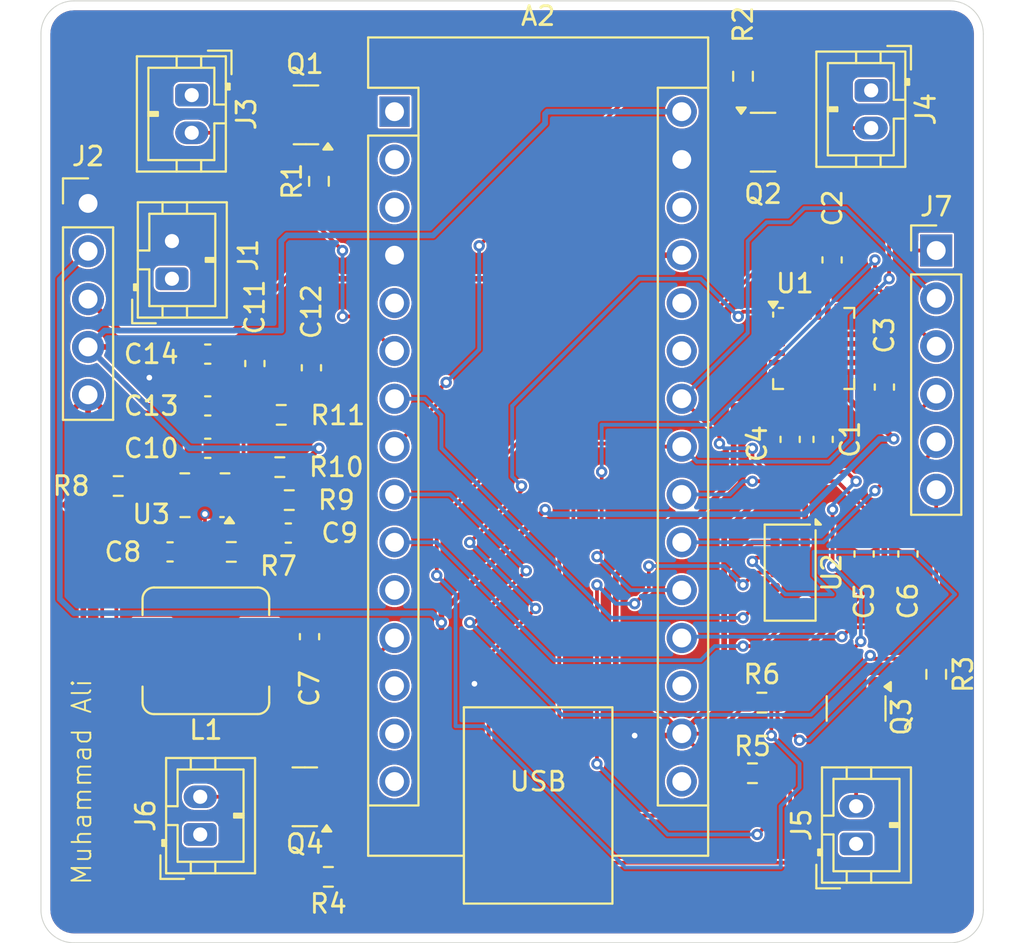
<source format=kicad_pcb>
(kicad_pcb (version 20241229) (generator "pcbnew") (generator_version "9.0")
  (layers (0 "F.Cu" signal) (4 "In1.Cu" signal) (6 "In2.Cu" signal) (2 "B.Cu" signal) (13 "F.Paste" user) (15 "B.Paste" user) (5 "F.SilkS" user "F.Silkscreen") (7 "B.SilkS" user "B.Silkscreen") (1 "F.Mask" user) (3 "B.Mask" user) (25 "Edge.Cuts" user))
  (net 0 "")
  (net 1 "/Motor Switch 3")
  (net 6 "GND")
  (net 7 "/Motor Switch2")
  (net 8 "+3V3")
  (net 12 "V_OUT")
  (net 13 "CH4")
  (net 15 "/LIDAR_GPIO1")
  (net 16 "CH3")
  (net 17 "CH1")
  (net 20 "/MOTOR0_SWITCH1")
  (net 21 "CH2")
  (net 22 "/Motor Switch 4")
  (net 23 "R8EF_VIN")
  (net 25 "/LIDAR_XSHUT")
  (net 28 "Net-(U1-REGOUT)")
  (net 29 "Net-(U1-CPOUT)")
  (net 30 "V_BAT")
  (net 31 "Net-(U3-SW)")
  (net 32 "Net-(U3-BOOT)")
  (net 33 "Net-(U3-VCC)")
  (net 34 "Net-(U3-COMP)")
  (net 35 "Net-(C12-Pad1)")
  (net 36 "/Motor_Drain_1")
  (net 37 "Net-(Q1-G)")
  (net 38 "/Motor Drain 2")
  (net 39 "Net-(Q2-G)")
  (net 40 "Net-(Q3-G)")
  (net 41 "/Motor Drain 3")
  (net 42 "/Motor Drain 4")
  (net 43 "Net-(Q4-G)")
  (net 44 "SDA")
  (net 45 "SCL")
  (net 46 "Net-(U3-FSW)")
  (net 47 "Net-(U3-ILIM)")
  (net 48 "Net-(U3-FB)")
  (net 60 "/MCP_INT")
  (footprint "Resistor_SMD:R_0603_1608Metric" (layer "F.Cu") (at 95.75 86.25)
    (property "Reference" "R6")
    (property "Value" "2.2k")
  )
  (footprint "Capacitor_SMD:C_0603_1608Metric" (layer "F.Cu") (at 71.75 82.75 90)
    (property "Reference" "C7")
    (property "Value" "22 uF")
  )
  (footprint "Connector_PinHeader_2.54mm:PinHeader_1x05_P2.54mm_Vertical" (layer "F.Cu") (at 60 59.75)
    (property "Reference" "J2")
    (property "Value" "Conn_01x05")
  )
  (footprint "Connector_JST:JST_PH_B2B-PH-K_1x02_P2.00mm_Vertical" (layer "F.Cu") (at 100.75 93.75 90)
    (property "Reference" "J5")
    (property "Value" "Conn_01x02")
  )
  (footprint "Capacitor_SMD:C_0603_1608Metric" (layer "F.Cu") (at 99.475 62.75 90)
    (property "Reference" "C2")
    (property "Value" "2.2 nF")
  )
  (footprint "Capacitor_SMD:C_0603_1608Metric" (layer "F.Cu") (at 66.35 72.75)
    (property "Reference" "C10")
    (property "Value" "22 uF")
  )
  (footprint "Resistor_SMD:R_0603_1608Metric" (layer "F.Cu") (at 61.6 74.75 180)
    (property "Reference" "R8")
    (property "Value" "127 k")
  )
  (footprint "Connector_JST:JST_PH_B2B-PH-K_1x02_P2.00mm_Vertical" (layer "F.Cu") (at 101.55 53.75 -90)
    (property "Reference" "J4")
    (property "Value" "Conn_01x02")
  )
  (footprint "Connector_JST:JST_PH_B2B-PH-K_1x02_P2.00mm_Vertical" (layer "F.Cu") (at 65.95 93.25 90)
    (property "Reference" "J6")
    (property "Value" "Conn_01x02")
  )
  (footprint "Module:Arduino_Nano" (layer "F.Cu") (at 76.26 54.88)
    (property "Reference" "A2")
    (property "Value" "Arduino_Nano_v3.x")
  )
  (footprint "Resistor_SMD:R_0603_1608Metric" (layer "F.Cu") (at 67.6 78.25)
    (property "Reference" "R7")
    (property "Value" "301k")
  )
  (footprint "Sensor_Motion:InvenSense_QFN-24_4x4mm_P0.5mm" (layer "F.Cu") (at 98.5 67.45)
    (property "Reference" "U1")
    (property "Value" "MPU-6050")
  )
  (footprint "Resistor_SMD:R_0603_1608Metric" (layer "F.Cu") (at 72.75 95.5 180)
    (property "Reference" "R4")
    (property "Value" "100")
  )
  (footprint "Capacitor_SMD:C_0603_1608Metric" (layer "F.Cu") (at 71.85 68.475 90)
    (property "Reference" "C12")
    (property "Value" "4.7 nF")
  )
  (footprint "Capacitor_SMD:C_0603_1608Metric" (layer "F.Cu") (at 70.625 77.25)
    (property "Reference" "C9")
    (property "Value" "2.2 uF")
  )
  (footprint "Capacitor_SMD:C_0603_1608Metric" (layer "F.Cu") (at 103.5 78.36 -90)
    (property "Reference" "C6")
    (property "Value" "4.7uF")
  )
  (footprint "Capacitor_SMD:C_0603_1608Metric" (layer "F.Cu") (at 97.25 72.275 -90)
    (property "Reference" "C4")
    (property "Value" "10nF")
  )
  (footprint "Resistor_SMD:R_0603_1608Metric" (layer "F.Cu") (at 70.25 70.975)
    (property "Reference" "R11")
    (property "Value" "17.4 k")
  )
  (footprint "Connector_JST:JST_PH_B2B-PH-K_1x02_P2.00mm_Vertical" (layer "F.Cu") (at 64.45 63.75 90)
    (property "Reference" "J1")
    (property "Value" "Conn_01x02")
  )
  (footprint "Capacitor_SMD:C_0603_1608Metric" (layer "F.Cu") (at 66.35 67.75)
    (property "Reference" "C14")
    (property "Value" "22 uF")
  )
  (footprint "Capacitor_SMD:C_0603_1608Metric" (layer "F.Cu") (at 102.25 69.5 90)
    (property "Reference" "C3")
    (property "Value" ".1uF")
  )
  (footprint "Capacitor_SMD:C_0603_1608Metric" (layer "F.Cu") (at 64.35 78.25 180)
    (property "Reference" "C8")
    (property "Value" ".1 uF")
  )
  (footprint "Package_TO_SOT_SMD:SOT-23" (layer "F.Cu") (at 95.8125 56.5)
    (property "Reference" "Q2")
    (property "Value" "TSM2302CX")
  )
  (footprint "Resistor_SMD:R_0603_1608Metric" (layer "F.Cu") (at 70.175 73.75 180)
    (property "Reference" "R10")
    (property "Value" "681k")
  )
  (footprint "Resistor_SMD:R_0603_1608Metric" (layer "F.Cu") (at 72.25 58.575 90)
    (property "Reference" "R1")
    (property "Value" "100")
  )
  (footprint "Connector_PinHeader_2.54mm:PinHeader_1x06_P2.54mm_Vertical" (layer "F.Cu") (at 105 62.25)
    (property "Reference" "J7")
    (property "Value" "Conn_01x06")
  )
  (footprint "Capacitor_SMD:C_0603_1608Metric" (layer "F.Cu") (at 101.175 78.36 -90)
    (property "Reference" "C5")
    (property "Value" ".1uF")
  )
  (footprint "Capacitor_SMD:C_0603_1608Metric" (layer "F.Cu") (at 99 72.275 -90)
    (property "Reference" "C1")
    (property "Value" ".1 uF")
  )
  (footprint "Package_TO_SOT_SMD:SOT-23" (layer "F.Cu") (at 71.5625 55.05 180)
    (property "Reference" "Q1")
    (property "Value" "TSM2302CX")
  )
  (footprint "Capacitor_SMD:C_0603_1608Metric" (layer "F.Cu") (at 66.35 70.5)
    (property "Reference" "C13")
    (property "Value" "22 uF")
  )
  (footprint "Resistor_SMD:R_0603_1608Metric" (layer "F.Cu") (at 105 84.75 -90)
    (property "Reference" "R3")
    (property "Value" "100")
  )
  (footprint "Resistor_SMD:R_0603_1608Metric" (layer "F.Cu") (at 94.75 53 -90)
    (property "Reference" "R2")
    (property "Value" "100")
  )
  (footprint "Package_TO_SOT_SMD:SOT-23" (layer "F.Cu") (at 71.5 91.25 180)
    (property "Reference" "Q4")
    (property "Value" "TSM2302CX")
  )
  (footprint "Package_DFN_QFN:Texas_VQFN-RNR0011A-11" (layer "F.Cu") (at 66.2 75.24 180)
    (property "Reference" "U3")
    (property "Value" "TPS61089")
  )
  (footprint "Capacitor_SMD:C_0603_1608Metric" (layer "F.Cu") (at 68.85 68.25 90)
    (property "Reference" "C11")
    (property "Value" "4.7 nF")
  )
  (footprint "Package_TO_SOT_SMD:SOT-23" (layer "F.Cu") (at 100.75 86.5625 -90)
    (property "Reference" "Q3")
    (property "Value" "TSM2302CX")
  )
  (footprint "Sensor_Distance:ST_VL53L1x" (layer "F.Cu") (at 97.25 79.35 -90)
    (property "Reference" "U2")
    (property "Value" "VL53L0CXV0DH1")
  )
  (footprint "Connector_JST:JST_PH_B2B-PH-K_1x02_P2.00mm_Vertical" (layer "F.Cu") (at 65.5 54 -90)
    (property "Reference" "J3")
    (property "Value" "Conn_01x02")
  )
  (footprint "Inductor_SMD:L_Sumida_CDMC6D28_7.25x6.5mm" (layer "F.Cu") (at 66.25 83.5 180)
    (property "Reference" "L1")
    (property "Value" "1.8 uH")
  )
  (footprint "Resistor_SMD:R_0603_1608Metric" (layer "F.Cu") (at 95.25 90)
    (property "Reference" "R5")
    (property "Value" "2.2k")
  )
  (footprint "Resistor_SMD:R_0603_1608Metric" (layer "F.Cu") (at 70.675 75.5)
    (property "Reference" "R9")
    (property "Value" "107k")
  )
  (gr_line (start 57.5 97.25) (end 57.5 50.75) (stroke (width 0.05)) (layer "Edge.Cuts"))
  (gr_arc (start 107.5 97.25) (mid 106.987437 98.487437) (end 105.75 99) (stroke (width 0.05)) (layer "Edge.Cuts"))
  (gr_arc (start 59.25 99) (mid 58.012563 98.487437) (end 57.5 97.25) (stroke (width 0.05)) (layer "Edge.Cuts"))
  (gr_arc (start 105.75 49) (mid 106.987437 49.512563) (end 107.5 50.75) (stroke (width 0.05)) (layer "Edge.Cuts"))
  (gr_line (start 107.5 50.75) (end 107.5 97.25) (stroke (width 0.05)) (layer "Edge.Cuts"))
  (gr_line (start 59.25 49) (end 105.75 49) (stroke (width 0.05)) (layer "Edge.Cuts"))
  (gr_arc (start 57.5 50.75) (mid 58.012563 49.512563) (end 59.25 49) (stroke (width 0.05)) (layer "Edge.Cuts"))
  (gr_line (start 105.75 99) (end 59.25 99) (stroke (width 0.05)) (layer "Edge.Cuts"))
  (gr_text "Muhammad Ali" (at 60.25 96 90) (layer "F.SilkS") (effects (font (size 1 1) (thickness 0.1)) (justify left bottom)))
  (segment (start 80.25 82) (end 80.5 82) (width 0.2) (layer "F.Cu") (net 1))
  (segment (start 101.675 83.925) (end 101.5 83.75) (width 0.2) (layer "F.Cu") (net 1))
  (segment (start 80.5 82) (end 83.25 79.25) (width 0.2) (layer "F.Cu") (net 1))
  (segment (start 105 83.925) (end 101.675 83.925) (width 0.2) (layer "F.Cu") (net 1))
  (via (at 101.5 83.75) (size 0.6) (drill 0.3) (layers "F.Cu" "B.Cu") (net 1))
  (via (at 80.25 82) (size 0.6) (drill 0.3) (layers "F.Cu" "B.Cu") (net 1))
  (via (at 83.25 79.25) (size 0.6) (drill 0.3) (layers "F.Cu" "B.Cu") (net 1))
  (segment (start 79.2 75.2) (end 76.26 75.2) (width 0.2) (layer "B.Cu") (net 1))
  (segment (start 98.351 86.899) (end 85.149 86.899) (width 0.2) (layer "B.Cu") (net 1))
  (segment (start 101.5 83.75) (end 98.351 86.899) (width 0.2) (layer "B.Cu") (net 1))
  (segment (start 85.149 86.899) (end 80.25 82) (width 0.2) (layer "B.Cu") (net 1))
  (segment (start 83.25 79.25) (end 79.2 75.2) (width 0.2) (layer "B.Cu") (net 1))
  (via (at 63.25 69) (size 0.6) (drill 0.3) (layers "F.Cu" "B.Cu") (net 6))
  (segment (start 78.75 69.5) (end 78.75 70.17) (width 0.2) (layer "F.Cu") (net 7))
  (segment (start 79 69.25) (end 78.75 69.5) (width 0.2) (layer "F.Cu") (net 7))
  (segment (start 90.575 52.175) (end 80.75 62) (width 0.2) (layer "F.Cu") (net 7))
  (segment (start 78.75 70.17) (end 76.26 72.66) (width 0.2) (layer "F.Cu") (net 7))
  (segment (start 94.75 52.175) (end 90.575 52.175) (width 0.2) (layer "F.Cu") (net 7))
  (via (at 79 69.25) (size 0.6) (drill 0.3) (layers "F.Cu" "B.Cu") (net 7))
  (via (at 80.75 62) (size 0.6) (drill 0.3) (layers "F.Cu" "B.Cu") (net 7))
  (segment (start 80.75 62) (end 80.75 67.5) (width 0.2) (layer "B.Cu") (net 7))
  (segment (start 80.75 67.5) (end 79 69.25) (width 0.2) (layer "B.Cu") (net 7))
  (segment (start 91.4 88) (end 91.5 87.9) (width 0.3) (layer "F.Cu") (net 8))
  (segment (start 93.75 77.25) (end 93.75 79.5) (width 0.3) (layer "F.Cu") (net 8))
  (segment (start 94.25 84) (end 93.75 84.5) (width 0.3) (layer "F.Cu") (net 8))
  (segment (start 91 76.5) (end 88 79.5) (width 0.3) (layer "F.Cu") (net 8))
  (segment (start 88 79.5) (end 88 84.4) (width 0.3) (layer "F.Cu") (net 8))
  (segment (start 96.45 77.75) (end 95.25 77.75) (width 0.3) (layer "F.Cu") (net 8))
  (segment (start 94.925 86.25) (end 94.925 86.325) (width 0.2) (layer "F.Cu") (net 8))
  (segment (start 100.45 68.7) (end 100.45 70.2) (width 0.3) (layer "F.Cu") (net 8))
  (segment (start 78.75 81.5) (end 78.75 82) (width 0.3) (layer "F.Cu") (net 8))
  (segment (start 100.45 70.2) (end 101.5 71.25) (width 0.3) (layer "F.Cu") (net 8))
  (segment (start 101.75 71.75) (end 101.5 71.75) (width 0.3) (layer "F.Cu") (net 8))
  (segment (start 93.75 79.5) (end 93.75 84.5) (width 0.3) (layer "F.Cu") (net 8))
  (segment (start 97.25 71.5) (end 95 71.5) (width 0.3) (layer "F.Cu") (net 8))
  (segment (start 94.925 86.325) (end 93.35 87.9) (width 0.2) (layer "F.Cu") (net 8))
  (segment (start 94.25 70.5) (end 94.25 72.25) (width 0.3) (layer "F.Cu") (net 8))
  (segment (start 101.175 77.585) (end 102.25 77.585) (width 0.3) (layer "F.Cu") (net 8))
  (segment (start 78.75 82) (end 78.75 83.5) (width 0.3) (layer "F.Cu") (net 8))
  (segment (start 97.074999 70.5) (end 94.25 70.5) (width 0.3) (layer "F.Cu") (net 8))
  (segment (start 93.35 87.9) (end 91.5 87.9) (width 0.2) (layer "F.Cu") (net 8))
  (segment (start 102.25 77.585) (end 103.5 77.585) (width 0.3) (layer "F.Cu") (net 8))
  (segment (start 101.5 71.25) (end 101.5 71.75) (width 0.3) (layer "F.Cu") (net 8))
  (segment (start 95.5 75.5) (end 93.75 77.25) (width 0.3) (layer "F.Cu") (net 8))
  (segment (start 92.153628 76.5) (end 91 76.5) (width 0.3) (layer "F.Cu") (net 8))
  (segment (start 102.25 77.585) (end 102.25 79.25) (width 0.3) (layer "F.Cu") (net 8))
  (segment (start 88 84.4) (end 91.5 87.9) (width 0.3) (layer "F.Cu") (net 8))
  (segment (start 101.5 71.75) (end 102.25 71.75) (width 0.3) (layer "F.Cu") (net 8))
  (segment (start 94.25 74.403628) (end 92.153628 76.5) (width 0.3) (layer "F.Cu") (net 8))
  (segment (start 94.425 90) (end 93.6 90) (width 0.2) (layer "F.Cu") (net 8))
  (segment (start 84.25 76) (end 78.75 81.5) (width 0.3) (layer "F.Cu") (net 8))
  (segment (start 102.25 71.75) (end 102.75 72.25) (width 0.3) (layer "F.Cu") (net 8))
  (segment (start 93.75 79.25) (end 93.75 79.5) (width 0.3) (layer "F.Cu") (net 8))
  (segment (start 93.6 90) (end 91.5 87.9) (width 0.2) (layer "F.Cu") (net 8))
  (segment (start 102.25 79.25) (end 97.5 84) (width 0.3) (layer "F.Cu") (net 8))
  (segment (start 95.25 77.75) (end 93.75 79.25) (width 0.3) (layer "F.Cu") (net 8))
  (segment (start 97.75 69.4) (end 97.75 69.824999) (width 0.3) (layer "F.Cu") (net 8))
  (segment (start 97.75 75.5) (end 95.5 75.5) (width 0.3) (layer "F.Cu") (net 8))
  (segment (start 93.75 84.5) (end 93.75 85.65) (width 0.3) (layer "F.Cu") (net 8))
  (segment (start 102.25 70.275) (end 102.25 71.25) (width 0.3) (layer "F.Cu") (net 8))
  (segment (start 97.75 69.824999) (end 97.074999 70.5) (width 0.3) (layer "F.Cu") (net 8))
  (segment (start 98.05 75.8) (end 97.75 75.5) (width 0.3) (layer "F.Cu") (net 8))
  (segment (start 95 71.5) (end 94.25 72.25) (width 0.3) (layer "F.Cu") (net 8))
  (segment (start 94.25 72.25) (end 94.25 74.403628) (width 0.3) (layer "F.Cu") (net 8))
  (segment (start 97.5 84) (end 94.25 84) (width 0.3) (layer "F.Cu") (net 8))
  (segment (start 102.25 71.25) (end 101.75 71.75) (width 0.3) (layer "F.Cu") (net 8))
  (segment (start 93.75 85.65) (end 91.5 87.9) (width 0.3) (layer "F.Cu") (net 8))
  (segment (start 98.05 77.75) (end 98.05 75.8) (width 0.3) (layer "F.Cu") (net 8))
  (segment (start 89 88) (end 91.4 88) (width 0.3) (layer "F.Cu") (net 8))
  (segment (start 78.75 83.5) (end 80.5 85.25) (width 0.3) (layer "F.Cu") (net 8))
  (via (at 102.75 72.25) (size 0.6) (drill 0.3) (layers "F.Cu" "B.Cu") (net 8))
  (via (at 78.75 82) (size 0.6) (drill 0.3) (layers "F.Cu" "B.Cu") (net 8))
  (via (at 80.5 85.25) (size 0.6) (drill 0.3) (layers "F.Cu" "B.Cu") (net 8))
  (via (at 89 88) (size 0.6) (drill 0.3) (layers "F.Cu" "B.Cu") (net 8))
  (via (at 84.25 76) (size 0.6) (drill 0.3) (layers "F.Cu" "B.Cu") (net 8))
  (segment (start 58.5 80.75) (end 58.5 63.79) (width 0.3) (layer "B.Cu") (net 8))
  (segment (start 84.5 76.25) (end 84.25 76) (width 0.3) (layer "B.Cu") (net 8))
  (segment (start 59.25 81.5) (end 58.5 80.75) (width 0.3) (layer "B.Cu") (net 8))
  (segment (start 80.5 85.25) (end 83.25 88) (width 0.3) (layer "B.Cu") (net 8))
  (segment (start 78.75 82) (end 78.25 81.5) (width 0.3) (layer "B.Cu") (net 8))
  (segment (start 98 76.25) (end 84.5 76.25) (width 0.3) (layer "B.Cu") (net 8))
  (segment (start 102.75 72.25) (end 102 72.25) (width 0.3) (layer "B.Cu") (net 8))
  (segment (start 78.25 81.5) (end 59.25 81.5) (width 0.3) (layer "B.Cu") (net 8))
  (segment (start 83.25 88) (end 89 88) (width 0.3) (layer "B.Cu") (net 8))
  (segment (start 102 72.25) (end 98 76.25) (width 0.3) (layer "B.Cu") (net 8))
  (segment (start 58.5 63.79) (end 60 62.29) (width 0.3) (layer "B.Cu") (net 8))
  (segment (start 65.195 67.37) (end 65.575 67.75) (width 0.3) (layer "F.Cu") (net 12))
  (segment (start 60 67.37) (end 63.13 70.5) (width 0.3) (layer "F.Cu") (net 12))
  (segment (start 60 67.37) (end 65.195 67.37) (width 0.3) (layer "F.Cu") (net 12))
  (segment (start 65.575 72.75) (end 65.575 70.5) (width 0.3) (layer "F.Cu") (net 12))
  (segment (start 63.325 70.5) (end 65.575 72.75) (width 0.3) (layer "F.Cu") (net 12))
  (segment (start 63.13 70.5) (end 65.575 70.5) (width 0.3) (layer "F.Cu") (net 12))
  (segment (start 65.575 70.5) (end 65.575 67.75) (width 0.3) (layer "F.Cu") (net 12))
  (segment (start 71.25 73.75) (end 72.25 72.75) (width 0.3) (layer "F.Cu") (net 12))
  (segment (start 65.85 74.54) (end 65.85 73.025) (width 0.3) (layer "F.Cu") (net 12))
  (segment (start 65.85 73.025) (end 65.575 72.75) (width 0.3) (layer "F.Cu") (net 12))
  (segment (start 63.13 70.5) (end 63.325 70.5) (width 0.3) (layer "F.Cu") (net 12))
  (segment (start 71 73.75) (end 71.25 73.75) (width 0.2) (layer "F.Cu") (net 12))
  (via (at 72.25 72.75) (size 0.6) (drill 0.3) (layers "F.Cu" "B.Cu") (net 12))
  (segment (start 65.38 72.75) (end 60 67.37) (width 0.3) (layer "B.Cu") (net 12))
  (segment (start 84.25 55.5) (end 84.25 55) (width 0.3) (layer "B.Cu") (net 12))
  (segment (start 70.25 61.75) (end 70.551 61.449) (width 0.3) (layer "B.Cu") (net 12))
  (segment (start 72.25 72.75) (end 65.38 72.75) (width 0.3) (layer "B.Cu") (net 12))
  (segment (start 70.25 66.5) (end 70.25 61.75) (width 0.3) (layer "B.Cu") (net 12))
  (segment (start 78.301 61.449) (end 84.25 55.5) (width 0.3) (layer "B.Cu") (net 12))
  (segment (start 84.25 55) (end 84.37 54.88) (width 0.3) (layer "B.Cu") (net 12))
  (segment (start 60 67.37) (end 60.87 66.5) (width 0.3) (layer "B.Cu") (net 12))
  (segment (start 84.37 54.88) (end 91.5 54.88) (width 0.3) (layer "B.Cu") (net 12))
  (segment (start 70.551 61.449) (end 78.301 61.449) (width 0.3) (layer "B.Cu") (net 12))
  (segment (start 60.87 66.5) (end 70.25 66.5) (width 0.3) (layer "B.Cu") (net 12))
  (segment (start 100.5 82.25) (end 100 82.75) (width 0.2) (layer "F.Cu") (net 13))
  (segment (start 102.75 82.25) (end 100.5 82.25) (width 0.2) (layer "F.Cu") (net 13))
  (segment (start 105 74.95) (end 105 80) (width 0.2) (layer "F.Cu") (net 13))
  (segment (start 105 80) (end 102.75 82.25) (width 0.2) (layer "F.Cu") (net 13))
  (via (at 100 82.75) (size 0.6) (drill 0.3) (layers "F.Cu" "B.Cu") (net 13))
  (segment (start 100 82.75) (end 91.57 82.75) (width 0.2) (layer "B.Cu") (net 13))
  (segment (start 91.57 82.75) (end 91.5 82.82) (width 0.2) (layer "B.Cu") (net 13))
  (segment (start 95.55 80.95) (end 94.75 81.75) (width 0.2) (layer "F.Cu") (net 15))
  (segment (start 96.45 80.95) (end 95.55 80.95) (width 0.2) (layer "F.Cu") (net 15))
  (via (at 94.75 81.75) (size 0.6) (drill 0.3) (layers "F.Cu" "B.Cu") (net 15))
  (segment (start 78.75 71) (end 77.87 70.12) (width 0.2) (layer "B.Cu") (net 15))
  (segment (start 78.75 72.75) (end 78.75 71) (width 0.2) (layer "B.Cu") (net 15))
  (segment (start 77.87 70.12) (end 76.26 70.12) (width 0.2) (layer "B.Cu") (net 15))
  (segment (start 94.75 81.75) (end 87.75 81.75) (width 0.2) (layer "B.Cu") (net 15))
  (segment (start 87.75 81.75) (end 78.75 72.75) (width 0.2) (layer "B.Cu") (net 15))
  (segment (start 97.75 74.5) (end 95.25 74.5) (width 0.2) (layer "F.Cu") (net 16))
  (segment (start 105 72.75) (end 101.5 76.25) (width 0.2) (layer "F.Cu") (net 16))
  (segment (start 105 72.41) (end 105 72.75) (width 0.2) (layer "F.Cu") (net 16))
  (segment (start 99.75 74.5) (end 97.75 74.5) (width 0.2) (layer "F.Cu") (net 16))
  (segment (start 101.5 76.25) (end 99.75 74.5) (width 0.2) (layer "F.Cu") (net 16))
  (via (at 95.25 74.5) (size 0.6) (drill 0.3) (layers "F.Cu" "B.Cu") (net 16))
  (segment (start 94.05 75.2) (end 91.5 75.2) (width 0.2) (layer "B.Cu") (net 16))
  (segment (start 94.75 74.5) (end 94.05 75.2) (width 0.2) (layer "B.Cu") (net 16))
  (segment (start 95.25 74.5) (end 94.75 74.5) (width 0.2) (layer "B.Cu") (net 16))
  (segment (start 87.25 78.25) (end 87 78.5) (width 0.2) (layer "F.Cu") (net 17))
  (segment (start 101.75 64.08) (end 101.75 62.75) (width 0.2) (layer "F.Cu") (net 17))
  (segment (start 105 67.33) (end 101.75 64.08) (width 0.2) (layer "F.Cu") (net 17))
  (segment (start 87.25 74) (end 87.25 78.25) (width 0.2) (layer "F.Cu") (net 17))
  (via (at 87 78.5) (size 0.6) (drill 0.3) (layers "F.Cu" "B.Cu") (net 17))
  (via (at 87.25 74) (size 0.6) (drill 0.3) (layers "F.Cu" "B.Cu") (net 17))
  (via (at 101.75 62.75) (size 0.6) (drill 0.3) (layers "F.Cu" "B.Cu") (net 17))
  (segment (start 87.25 71.5) (end 87.25 74) (width 0.2) (layer "B.Cu") (net 17))
  (segment (start 88.78 80.28) (end 91.5 80.28) (width 0.2) (layer "B.Cu") (net 17))
  (segment (start 93 71.5) (end 87.25 71.5) (width 0.2) (layer "B.Cu") (net 17))
  (segment (start 87 78.5) (end 88.78 80.28) (width 0.2) (layer "B.Cu") (net 17))
  (segment (start 101.75 62.75) (end 93 71.5) (width 0.2) (layer "B.Cu") (net 17))
  (segment (start 72.25 61) (end 73.5 62.25) (width 0.2) (layer "F.Cu") (net 20))
  (segment (start 74.43 65.75) (end 76.26 67.58) (width 0.2) (layer "F.Cu") (net 20))
  (segment (start 72.25 59.4) (end 72.25 61) (width 0.2) (layer "F.Cu") (net 20))
  (segment (start 73.5 65.75) (end 74.43 65.75) (width 0.2) (layer "F.Cu") (net 20))
  (via (at 73.5 65.75) (size 0.6) (drill 0.3) (layers "F.Cu" "B.Cu") (net 20))
  (via (at 73.5 62.25) (size 0.6) (drill 0.3) (layers "F.Cu" "B.Cu") (net 20))
  (segment (start 73.5 62.25) (end 73.5 65.75) (width 0.2) (layer "B.Cu") (net 20))
  (segment (start 103.5 71.37) (end 103.5 73.25) (width 0.2) (layer "F.Cu") (net 21))
  (segment (start 105 69.87) (end 103.5 71.37) (width 0.2) (layer "F.Cu") (net 21))
  (segment (start 103.5 73.25) (end 101.75 75) (width 0.2) (layer "F.Cu") (net 21))
  (via (at 101.75 75) (size 0.6) (drill 0.3) (layers "F.Cu" "B.Cu") (net 21))
  (segment (start 99.01 77.74) (end 91.5 77.74) (width 0.2) (layer "B.Cu") (net 21))
  (segment (start 101.75 75) (end 99.01 77.74) (width 0.2) (layer "B.Cu") (net 21))
  (segment (start 73.575 95.5) (end 73.575 94.175) (width 0.2) (layer "F.Cu") (net 22))
  (segment (start 73.575 94.175) (end 74.25 93.5) (width 0.2) (layer "F.Cu") (net 22))
  (segment (start 74.25 84.83) (end 76.26 82.82) (width 0.2) (layer "F.Cu") (net 22))
  (segment (start 74.25 93.5) (end 74.25 84.83) (width 0.2) (layer "F.Cu") (net 22))
  (segment (start 88.5 62.5) (end 91.5 62.5) (width 0.3) (layer "F.Cu") (net 23))
  (segment (start 61.67 66.5) (end 67.75 66.5) (width 0.3) (layer "F.Cu") (net 23))
  (segment (start 67.75 66.5) (end 71.75 62.5) (width 0.3) (layer "F.Cu") (net 23))
  (segment (start 60 64.83) (end 61.67 66.5) (width 0.3) (layer "F.Cu") (net 23))
  (segment (start 71.75 62.5) (end 72 62.5) (width 0.3) (layer "F.Cu") (net 23))
  (segment (start 87.25 63.75) (end 88.5 62.5) (width 0.3) (layer "F.Cu") (net 23))
  (segment (start 72 62.5) (end 73.25 63.75) (width 0.3) (layer "F.Cu") (net 23))
  (segment (start 73.25 63.75) (end 87.25 63.75) (width 0.3) (layer "F.Cu") (net 23))
  (segment (start 98.05 80.95) (end 95.75 83.25) (width 0.2) (layer "F.Cu") (net 25))
  (segment (start 95.75 83.25) (end 94.75 83.25) (width 0.2) (layer "F.Cu") (net 25))
  (via (at 94.75 83.25) (size 0.6) (drill 0.3) (layers "F.Cu" "B.Cu") (net 25))
  (segment (start 84.75 84) (end 78.49 77.74) (width 0.2) (layer "B.Cu") (net 25))
  (segment (start 93.25 83.25) (end 92.5 84) (width 0.2) (layer "B.Cu") (net 25))
  (segment (start 78.49 77.74) (end 76.26 77.74) (width 0.2) (layer "B.Cu") (net 25))
  (segment (start 92.5 84) (end 84.75 84) (width 0.2) (layer "B.Cu") (net 25))
  (segment (start 94.75 83.25) (end 93.25 83.25) (width 0.2) (layer "B.Cu") (net 25))
  (segment (start 98.75 71.25) (end 99 71.5) (width 0.2) (layer "F.Cu") (net 28))
  (segment (start 98.75 69.4) (end 98.75 71.25) (width 0.2) (layer "F.Cu") (net 28))
  (segment (start 99.25 65.5) (end 99.25 63.75) (width 0.2) (layer "F.Cu") (net 29))
  (segment (start 99.25 63.75) (end 99.475 63.525) (width 0.2) (layer "F.Cu") (net 29))
  (segment (start 60 69.91) (end 64.58 74.49) (width 0.3) (layer "F.Cu") (net 30))
  (segment (start 61 88.25) (end 59.75 87) (width 0.3) (layer "F.Cu") (net 30))
  (segment (start 64.51 75.49) (end 65.025 75.49) (width 0.3) (layer "F.Cu") (net 30))
  (segment (start 59.75 76.75) (end 58.75 75.75) (width 0.3) (layer "F.Cu") (net 30))
  (segment (start 59 75.5) (end 59 70.91) (width 0.3) (layer "F.Cu") (net 30))
  (segment (start 58.75 75.75) (end 59 75.5) (width 0.3) (layer "F.Cu") (net 30))
  (segment (start 71.75 86.25) (end 69.75 88.25) (width 0.3) (layer "F.Cu") (net 30))
  (segment (start 60 72.75) (end 59.5 73.25) (width 0.3) (layer "F.Cu") (net 30))
  (segment (start 59.5 73.25) (end 59.5 75.5) (width 0.3) (layer "F.Cu") (net 30))
  (segment (start 71.75 83.525) (end 71.75 86.25) (width 0.3) (layer "F.Cu") (net 30))
  (segment (start 60.25 76.25) (end 63.75 76.25) (width 0.3) (layer "F.Cu") (net 30))
  (segment (start 59 70.91) (end 60 69.91) (width 0.3) (layer "F.Cu") (net 30))
  (segment (start 69.75 88.25) (end 61 88.25) (width 0.3) (layer "F.Cu") (net 30))
  (segment (start 71.725 83.5) (end 71.75 83.525) (width 0.2) (layer "F.Cu") (net 30))
  (segment (start 63.75 76.25) (end 64.51 75.49) (width 0.3) (layer "F.Cu") (net 30))
  (segment (start 69.1 83.5) (end 71.725 83.5) (width 0.3) (layer "F.Cu") (net 30))
  (segment (start 59.75 87) (end 59.75 76.75) (width 0.3) (layer "F.Cu") (net 30))
  (segment (start 59.5 75.5) (end 60.25 76.25) (width 0.3) (layer "F.Cu") (net 30))
  (segment (start 60 69.91) (end 60 72.75) (width 0.3) (layer "F.Cu") (net 30))
  (segment (start 64.58 74.49) (end 65.025 74.49) (width 0.3) (layer "F.Cu") (net 30))
  (segment (start 66.775 78.25) (end 66.775 78.975) (width 0.2) (layer "F.Cu") (net 31))
  (segment (start 66.2 76.7) (end 66.775 77.275) (width 0.2) (layer "F.Cu") (net 31))
  (segment (start 66.2 75.94) (end 66.2 76.7) (width 0.2) (layer "F.Cu") (net 31))
  (segment (start 60.75 79.25) (end 60.75 83.5) (width 0.2) (layer "F.Cu") (net 31))
  (segment (start 60.75 83.5) (end 63.4 83.5) (width 0.2) (layer "F.Cu") (net 31))
  (segment (start 64.125 79.25) (end 60.75 79.25) (width 0.2) (layer "F.Cu") (net 31))
  (segment (start 65.125 77.375) (end 65.125 78.25) (width 0.2) (layer "F.Cu") (net 31))
  (segment (start 65.125 78.25) (end 64.125 79.25) (width 0.2) (layer "F.Cu") (net 31))
  (segment (start 66.2 76.3) (end 65.125 77.375) (width 0.2) (layer "F.Cu") (net 31))
  (segment (start 66.775 78.975) (end 66 79.75) (width 0.2) (layer "F.Cu") (net 31))
  (segment (start 61.5 79.75) (end 61.5 82.75) (width 0.2) (layer "F.Cu") (net 31))
  (segment (start 66.2 75.94) (end 66.2 76.3) (width 0.2) (layer "F.Cu") (net 31))
  (segment (start 66.775 77.275) (end 66.775 78.25) (width 0.2) (layer "F.Cu") (net 31))
  (segment (start 61.5 82.75) (end 62.65 82.75) (width 0.2) (layer "F.Cu") (net 31))
  (segment (start 62.65 82.75) (end 63.4 83.5) (width 0.2) (layer "F.Cu") (net 31))
  (segment (start 66 79.75) (end 61.5 79.75) (width 0.2) (layer "F.Cu") (net 31))
  (segment (start 65.025 75.99) (end 63.575 77.44) (width 0.2) (layer "F.Cu") (net 32))
  (segment (start 63.575 77.44) (end 63.575 78.25) (width 0.2) (layer "F.Cu") (net 32))
  (segment (start 67.74 75.49) (end 69.5 77.25) (width 0.2) (layer "F.Cu") (net 33))
  (segment (start 67.375 75.49) (end 67.74 75.49) (width 0.2) (layer "F.Cu") (net 33))
  (segment (start 69.5 77.25) (end 69.85 77.25) (width 0.2) (layer "F.Cu") (net 33))
  (segment (start 68.25 73.615) (end 68.25 71.5) (width 0.2) (layer "F.Cu") (net 34))
  (segment (start 68.25 71.5) (end 68.9 71.5) (width 0.2) (layer "F.Cu") (net 34))
  (segment (start 68.25 70) (end 68.85 69.4) (width 0.2) (layer "F.Cu") (net 34))
  (segment (start 67.375 74.49) (end 68.25 73.615) (width 0.2) (layer "F.Cu") (net 34))
  (segment (start 68.9 71.5) (end 69.425 70.975) (width 0.2) (layer "F.Cu") (net 34))
  (segment (start 68.25 71.5) (end 68.25 70) (width 0.2) (layer "F.Cu") (net 34))
  (segment (start 68.85 69.4) (end 68.85 69.025) (width 0.2) (layer "F.Cu") (net 34))
  (segment (start 71.075 70.025) (end 71.85 69.25) (width 0.2) (layer "F.Cu") (net 35))
  (segment (start 71.075 70.975) (end 71.075 70.025) (width 0.2) (layer "F.Cu") (net 35))
  (segment (start 69.675 56) (end 70.625 55.05) (width 0.2) (layer "F.Cu") (net 36))
  (segment (start 65.5 56) (end 69.675 56) (width 0.2) (layer "F.Cu") (net 36))
  (segment (start 72.25 57.75) (end 72.25 56.25) (width 0.2) (layer "F.Cu") (net 37))
  (segment (start 72.25 56.25) (end 72.5 56) (width 0.2) (layer "F.Cu") (net 37))
  (segment (start 97.5 55.75) (end 96.75 56.5) (width 0.2) (layer "F.Cu") (net 38))
  (segment (start 101.55 55.75) (end 97.5 55.75) (width 0.2) (layer "F.Cu") (net 38))
  (segment (start 94.875 53.95) (end 94.75 53.825) (width 0.2) (layer "F.Cu") (net 39))
  (segment (start 94.875 55.55) (end 94.875 53.95) (width 0.2) (layer "F.Cu") (net 39))
  (segment (start 104.95 85.625) (end 105 85.575) (width 0.2) (layer "F.Cu") (net 40))
  (segment (start 101.7 85.625) (end 104.95 85.625) (width 0.2) (layer "F.Cu") (net 40))
  (segment (start 100.75 87.5) (end 100.75 91.75) (width 0.2) (layer "F.Cu") (net 41))
  (segment (start 70.5625 91.25) (end 65.95 91.25) (width 0.2) (layer "F.Cu") (net 42))
  (segment (start 71.925 95.5) (end 71.925 92.7125) (width 0.2) (layer "F.Cu") (net 43))
  (segment (start 71.925 92.7125) (end 72.4375 92.2) (width 0.2) (layer "F.Cu") (net 43))
  (segment (start 87.93 72.5) (end 88.09 72.66) (width 0.2) (layer "F.Cu") (net 44))
  (segment (start 102.5 63.75) (end 102.5 61.25) (width 0.2) (layer "F.Cu") (net 44))
  (segment (start 102.75 61) (end 104 62.25) (width 0.2) (layer "F.Cu") (net 44))
  (segment (start 93.825 92.25) (end 87.25 92.25) (width 0.2) (layer "F.Cu") (net 44))
  (segment (start 96.075 90) (end 93.825 92.25) (width 0.2) (layer "F.Cu") (net 44))
  (segment (start 97.25 91) (end 96.25 90) (width 0.2) (layer "F.Cu") (net 44))
  (segment (start 81.25 83.75) (end 81.25 92) (width 0.2) (layer "F.Cu") (net 44))
  (segment (start 84 94.75) (end 97.25 94.75) (width 0.2) (layer "F.Cu") (net 44))
  (segment (start 87 80) (end 87 89.5) (width 0.2) (layer "F.Cu") (net 44))
  (segment (start 87.25 92.25) (end 85 90) (width 0.2) (layer "F.Cu") (net 44))
  (segment (start 102.5 61.25) (end 102.75 61) (width 0.2) (layer "F.Cu") (net 44))
  (segment (start 83 74.75) (end 83 75) (width 0.2) (layer "F.Cu") (net 44))
  (segment (start 96.25 90) (end 96.075 90) (width 0.2) (layer "F.Cu") (net 44))
  (segment (start 89.75 80.25) (end 89 81) (width 0.2) (layer "F.Cu") (net 44))
  (segment (start 89.75 79) (end 89.75 80.25) (width 0.2) (layer "F.Cu") (net 44))
  (segment (start 95.4 79.35) (end 94.75 80) (width 0.2) (layer "F.Cu") (net 44))
  (segment (start 83 75) (end 80.25 77.75) (width 0.2) (layer "F.Cu") (net 44))
  (segment (start 83.75 81.25) (end 81.25 83.75) (width 0.2) (layer "F.Cu") (net 44))
  (segment (start 85 78) (end 85.75 77.25) (width 0.2) (layer "F.Cu") (net 44))
  (segment (start 97.25 65.5) (end 94.75 65.5) (width 0.2) (layer "F.Cu") (net 44))
  (segment (start 94.75 65.5) (end 94.5 65.75) (width 0.2) (layer "F.Cu") (net 44))
  (segment (start 85.75 77.25) (end 85.75 72.5) (width 0.2) (layer "F.Cu") (net 44))
  (segment (start 85.75 72.5) (end 87.93 72.5) (width 0.2) (layer "F.Cu") (net 44))
  (segment (start 104 62.25) (end 105 62.25) (width 0.2) (layer "F.Cu") (net 44))
  (segment (start 95.5 93.25) (end 96.075 92.675) (width 0.2) (layer "F.Cu") (net 44))
  (segment (start 88.09 72.66) (end 91.5 72.66) (width 0.2) (layer "F.Cu") (net 44))
  (segment (start 81.25 92) (end 84 94.75) (width 0.2) (layer "F.Cu") (net 44))
  (segment (start 85 90) (end 85 78) (width 0.2) (layer "F.Cu") (net 44))
  (segment (start 96.45 79.35) (end 95.4 79.35) (width 0.2) (layer "F.Cu") (net 44))
  (segment (start 97.25 94.75) (end 97.25 91) (width 0.2) (layer "F.Cu") (net 44))
  (segment (start 96.075 92.675) (end 96.075 90) (width 0.2) (layer "F.Cu") (net 44))
  (via (at 89 81) (size 0.6) (drill 0.3) (layers "F.Cu" "B.Cu") (net 44))
  (via (at 83.75 81.25) (size 0.6) (drill 0.3) (layers "F.Cu" "B.Cu") (net 44))
  (via (at 87 89.5) (size 0.6) (drill 0.3) (layers "F.Cu" "B.Cu") (net 44))
  (via (at 95.5 93.25) (size 0.6) (drill 0.3) (layers "F.Cu" "B.Cu") (net 44))
  (via (at 80.25 77.75) (size 0.6) (drill 0.3) (layers "F.Cu" "B.Cu") (net 44))
  (via (at 83 74.75) (size 0.6) (drill 0.3) (layers "F.Cu" "B.Cu") (net 44))
  (via (at 87 80) (size 0.6) (drill 0.3) (layers "F.Cu" "B.Cu") (net 44))
  (via (at 102.5 63.75) (size 0.6) (drill 0.3) (layers "F.Cu" "B.Cu") (net 44))
  (via (at 94.75 80) (size 0.6) (drill 0.3) (layers "F.Cu" "B.Cu") (net 44))
  (via (at 89.75 79) (size 0.6) (drill 0.3) (layers "F.Cu" "B.Cu") (net 44))
  (via (at 94.5 65.75) (size 0.6) (drill 0.3) (layers "F.Cu" "B.Cu") (net 44))
  (segment (start 94.75 80) (end 93.75 79) (width 0.2) (layer "B.Cu") (net 44))
  (segment (start 100.5 65.75) (end 102.5 63.75) (width 0.2) (layer "B.Cu") (net 44))
  (segment (start 91.5 72.66) (end 92.299999 73.459999) (width 0.2) (layer "B.Cu") (net 44))
  (segment (start 92.5 63.75) (end 89.25 63.75) (width 0.2) (layer "B.Cu") (net 44))
  (segment (start 82.5 70.5) (end 82.5 74.25) (width 0.2) (layer "B.Cu") (net 44))
  (segment (start 100.5 72.25) (end 100.5 65.75) (width 0.2) (layer "B.Cu") (net 44))
  (segment (start 88 81) (end 87 80) (width 0.2) (layer "B.Cu") (net 44))
  (segment (start 94.5 65.75) (end 92.5 63.75) (width 0.2) (layer "B.Cu") (net 44))
  (segment (start 89.25 63.75) (end 82.5 70.5) (width 0.2) (layer "B.Cu") (net 44))
  (segment (start 87 89.5) (end 90.75 93.25) (width 0.2) (layer "B.Cu") (net 44))
  (segment (start 93.75 79) (end 89.75 79) (width 0.2) (layer "B.Cu") (net 44))
  (segment (start 92.299999 73.459999) (end 99.290001 73.459999) (width 0.2) (layer "B.Cu") (net 44))
  (segment (start 90.75 93.25) (end 95.5 93.25) (width 0.2) (layer "B.Cu") (net 44))
  (segment (start 82.5 74.25) (end 83 74.75) (width 0.2) (layer "B.Cu") (net 44))
  (segment (start 99.290001 73.459999) (end 100.5 72.25) (width 0.2) (layer "B.Cu") (net 44))
  (segment (start 89 81) (end 88 81) (width 0.2) (layer "B.Cu") (net 44))
  (segment (start 80.25 77.75) (end 83.75 81.25) (width 0.2) (layer "B.Cu") (net 44))
  (segment (start 92.5 66.25) (end 89 66.25) (width 0.2) (layer "F.Cu") (net 45))
  (segment (start 99 83.825) (end 99 83.75) (width 0.2) (layer "F.Cu") (net 45))
  (segment (start 99 83.75) (end 100.25 83.75) (width 0.2) (layer "F.Cu") (net 45))
  (segment (start 95.45 78.55) (end 95.25 78.75) (width 0.2) (layer "F.Cu") (net 45))
  (segment (start 93.5 72.5) (end 93.5 72.12) (width 0.2) (layer "F.Cu") (net 45))
  (segment (start 97.75 88.25) (end 96.575 87.075) (width 0.2) (layer "F.Cu") (net 45))
  (segment (start 96.575 87.075) (end 96.575 86.25) (width 0.2) (layer "F.Cu") (net 45))
  (segment (start 97 62) (end 96.75 62) (width 0.2) (layer "F.Cu") (net 45))
  (segment (start 97.75 65.5) (end 97.75 62.75) (width 0.2) (layer "F.Cu") (net 45))
  (segment (start 93.5 72.12) (end 91.5 70.12) (width 0.2) (layer "F.Cu") (net 45))
  (segment (start 96.75 62) (end 92.5 66.25) (width 0.2) (layer "F.Cu") (net 45))
  (segment (start 97.75 62.75) (end 97 62) (width 0.2) (layer "F.Cu") (net 45))
  (segment (start 100.25 83.75) (end 101 83) (width 0.2) (layer "F.Cu") (net 45))
  (segment (start 96.575 86.25) (end 99 83.825) (width 0.2) (layer "F.Cu") (net 45))
  (segment (start 96 74) (end 95.25 73.25) (width 0.2) (layer "F.Cu") (net 45))
  (segment (start 99.5 79) (end 99.5 76) (width 0.2) (layer "F.Cu") (net 45))
  (segment (start 96.45 78.55) (end 95.45 78.55) (width 0.2) (layer "F.Cu") (net 45))
  (segment (start 89 66.25) (end 78.5 76.75) (width 0.2) (layer "F.Cu") (net 45))
  (segment (start 100.75 74.5) (end 100.25 74) (width 0.2) (layer "F.Cu") (net 45))
  (segment (start 95.25 73.25) (end 95.25 72.75) (width 0.2) (layer "F.Cu") (net 45))
  (segment (start 96.25 88) (end 96.25 86.575) (width 0.2) (layer "F.Cu") (net 45))
  (segment (start 96.25 86.575) (end 96.575 86.25) (width 0.2) (layer "F.Cu") (net 45))
  (segment (start 78.5 76.75) (end 78.5 79.5) (width 0.2) (layer "F.Cu") (net 45))
  (segment (start 100.25 74) (end 96 74) (width 0.2) (layer "F.Cu") (net 45))
  (via (at 95.25 78.75) (size 0.6) (drill 0.3) (layers "F.Cu" "B.Cu") (net 45))
  (via (at 99.5 79) (size 0.6) (drill 0.3) (layers "F.Cu" "B.Cu") (net 45))
  (via (at 101 83) (size 0.6) (drill 0.3) (layers "F.Cu" "B.Cu") (net 45))
  (via (at 95.25 72.75) (size 0.6) (drill 0.3) (layers "F.Cu" "B.Cu") (net 45))
  (via (at 78.5 79.5) (size 0.6) (drill 0.3) (layers "F.Cu" "B.Cu") (net 45))
  (via (at 96.25 88) (size 0.6) (drill 0.3) (layers "F.Cu" "B.Cu") (net 45))
  (via (at 99.5 76) (size 0.6) (drill 0.3) (layers "F.Cu" "B.Cu") (net 45))
  (via (at 97.75 88.25) (size 0.6) (drill 0.3) (layers "F.Cu" "B.Cu") (net 45))
  (via (at 100.75 74.5) (size 0.6) (drill 0.3) (layers "F.Cu" "B.Cu") (net 45))
  (via (at 93.5 72.5) (size 0.6) (drill 0.3) (layers "F.Cu" "B.Cu") (net 45))
  (segment (start 98.25 88.25) (end 97.75 88.25) (width 0.2) (layer "B.Cu") (net 45))
  (segment (start 93.75 72.75) (end 93.5 72.5) (width 0.2) (layer "B.Cu") (net 45))
  (segment (start 106 80.5) (end 98.25 88.25) (width 0.2) (layer "B.Cu") (net 45))
  (segment (start 99.5 75.75) (end 100.75 74.5) (width 0.2) (layer "B.Cu") (net 45))
  (segment (start 99.5 76) (end 99.5 75.75) (width 0.2) (layer "B.Cu") (net 45))
  (segment (start 79.5 80.5) (end 79.5 87.5) (width 0.2) (layer "B.Cu") (net 45))
  (segment (start 103.75 78.25) (end 106 80.5) (width 0.2) (layer "B.Cu") (net 45))
  (segment (start 98.5 78.25) (end 103.75 78.25) (width 0.2) (layer "B.Cu") (net 45))
  (segment (start 95.25 72.75) (end 93.75 72.75) (width 0.2) (layer "B.Cu") (net 45))
  (segment (start 79.5 87.5) (end 81 87.5) (width 0.2) (layer "B.Cu") (net 45))
  (segment (start 101 83) (end 101 80.5) (width 0.2) (layer "B.Cu") (net 45))
  (segment (start 97.25 60.75) (end 98 60) (width 0.2) (layer "B.Cu") (net 45))
  (segment (start 95.25 78.75) (end 97 80.5) (width 0.2) (layer "B.Cu") (net 45))
  (segment (start 97.75 89.5) (end 96.25 88) (width 0.2) (layer "B.Cu") (net 45))
  (segment (start 96.75 91.75) (end 97.75 90.75) (width 0.2) (layer "B.Cu") (net 45))
  (segment (start 96.75 95) (end 96.75 91.75) (width 0.2) (layer "B.Cu") (net 45))
  (segment (start 98 60) (end 100.21 60) (width 0.2) (layer "B.Cu") (net 45))
  (segment (start 88.5 95) (end 96.75 95) (width 0.2) (layer "B.Cu") (net 45))
  (segment (start 98.5 79.5) (end 98.5 78.25) (width 0.2) (layer "B.Cu") (net 45))
  (segment (start 101 80.5) (end 99.5 79) (width 0.2) (layer "B.Cu") (net 45))
  (segment (start 78.5 79.5) (end 79.5 80.5) (width 0.2) (layer "B.Cu") (net 45))
  (segment (start 100.21 60) (end 105 64.79) (width 0.2) (layer "B.Cu") (net 45))
  (segment (start 95 61.75) (end 96 60.75) (width 0.2) (layer "B.Cu") (net 45))
  (segment (start 96 60.75) (end 97.25 60.75) (width 0.2) (layer "B.Cu") (net 45))
  (segment (start 95 66.62) (end 95 61.75) (width 0.2) (layer "B.Cu") (net 45))
  (segment (start 97.75 90.75) (end 97.75 89.5) (width 0.2) (layer "B.Cu") (net 45))
  (segment (start 91.5 70.12) (end 95 66.62) (width 0.2) (layer "B.Cu") (net 45))
  (segment (start 99.5 80.5) (end 98.5 79.5) (width 0.2) (layer "B.Cu") (net 45))
  (segment (start 81 87.5) (end 88.5 95) (width 0.2) (layer "B.Cu") (net 45))
  (segment (start 97 80.5) (end 99.5 80.5) (width 0.2) (layer "B.Cu") (net 45))
  (segment (start 67.375 75.99) (end 68.425 77.04) (width 0.2) (layer "F.Cu") (net 46))
  (segment (start 68.425 77.04) (end 68.425 78.25) (width 0.2) (layer "F.Cu") (net 46))
  (segment (start 65.025 74.99) (end 62.665 74.99) (width 0.2) (layer "F.Cu") (net 47))
  (segment (start 62.665 74.99) (end 62.425 74.75) (width 0.2) (layer "F.Cu") (net 47))
  (segment (start 68.11 74.99) (end 69.35 73.75) (width 0.2) (layer "F.Cu") (net 48))
  (segment (start 69.35 73.75) (end 69.35 75) (width 0.2) (layer "F.Cu") (net 48))
  (segment (start 67.375 74.99) (end 68.11 74.99) (width 0.2) (layer "F.Cu") (net 48))
  (segment (start 69.35 75) (end 69.85 75.5) (width 0.2) (layer "F.Cu") (net 48))
  (zone (net 6) (net_name "GND") (layers "F.Cu" "B.Cu" "In2.Cu") (priority 1) (connect_pads yes (clearance 0)) (min_thickness 0.25) (fill yes (thermal_gap 0.5) (thermal_bridge_width 0.5))
    (polygon (pts (xy 57.5 49) (xy 107.5 49) (xy 107.5 99) (xy 57.5 99)))
  )
)
</source>
